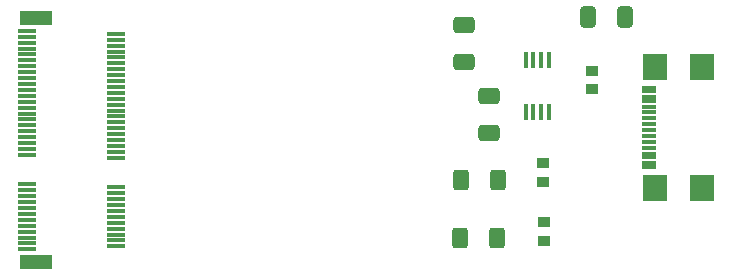
<source format=gbr>
%TF.GenerationSoftware,KiCad,Pcbnew,(6.0.1)*%
%TF.CreationDate,2022-03-02T01:05:40-06:00*%
%TF.ProjectId,m2-USBC-Adapter-Rev2,6d322d55-5342-4432-9d41-646170746572,rev?*%
%TF.SameCoordinates,Original*%
%TF.FileFunction,Paste,Top*%
%TF.FilePolarity,Positive*%
%FSLAX46Y46*%
G04 Gerber Fmt 4.6, Leading zero omitted, Abs format (unit mm)*
G04 Created by KiCad (PCBNEW (6.0.1)) date 2022-03-02 01:05:40*
%MOMM*%
%LPD*%
G01*
G04 APERTURE LIST*
G04 Aperture macros list*
%AMRoundRect*
0 Rectangle with rounded corners*
0 $1 Rounding radius*
0 $2 $3 $4 $5 $6 $7 $8 $9 X,Y pos of 4 corners*
0 Add a 4 corners polygon primitive as box body*
4,1,4,$2,$3,$4,$5,$6,$7,$8,$9,$2,$3,0*
0 Add four circle primitives for the rounded corners*
1,1,$1+$1,$2,$3*
1,1,$1+$1,$4,$5*
1,1,$1+$1,$6,$7*
1,1,$1+$1,$8,$9*
0 Add four rect primitives between the rounded corners*
20,1,$1+$1,$2,$3,$4,$5,0*
20,1,$1+$1,$4,$5,$6,$7,0*
20,1,$1+$1,$6,$7,$8,$9,0*
20,1,$1+$1,$8,$9,$2,$3,0*%
G04 Aperture macros list end*
%ADD10RoundRect,0.250000X-0.650000X0.412500X-0.650000X-0.412500X0.650000X-0.412500X0.650000X0.412500X0*%
%ADD11R,1.050000X0.900000*%
%ADD12R,0.457200X1.371600*%
%ADD13RoundRect,0.250000X-0.412500X-0.650000X0.412500X-0.650000X0.412500X0.650000X-0.412500X0.650000X0*%
%ADD14R,1.550000X0.300000*%
%ADD15R,2.750000X1.200000*%
%ADD16R,1.150000X0.300000*%
%ADD17R,2.000000X2.180000*%
%ADD18RoundRect,0.250000X-0.400000X-0.625000X0.400000X-0.625000X0.400000X0.625000X-0.400000X0.625000X0*%
G04 APERTURE END LIST*
D10*
%TO.C,C3*%
X228872155Y-51652844D03*
X228872155Y-54777844D03*
%TD*%
D11*
%TO.C,D2*%
X233572155Y-62277844D03*
X233572155Y-63877844D03*
%TD*%
D12*
%TO.C,IC1*%
X233967555Y-48558244D03*
X233332555Y-48558244D03*
X232672155Y-48558244D03*
X232037155Y-48558244D03*
X232037155Y-52977844D03*
X232672155Y-52977844D03*
X233332555Y-52977844D03*
X233967555Y-52977844D03*
%TD*%
D13*
%TO.C,C1*%
X237272155Y-44977844D03*
X240397155Y-44977844D03*
%TD*%
D14*
%TO.C,J2*%
X189757155Y-64617844D03*
X197307155Y-64367844D03*
X189757155Y-64117844D03*
X197307155Y-63867844D03*
X189757155Y-63617844D03*
X197307155Y-63367844D03*
X189757155Y-63117844D03*
X197307155Y-62867844D03*
X189757155Y-62617844D03*
X197307155Y-62367844D03*
X189757155Y-62117844D03*
X197307155Y-61867844D03*
X189757155Y-61617844D03*
X197307155Y-61367844D03*
X189757155Y-61117844D03*
X197307155Y-60867844D03*
X189757155Y-60617844D03*
X197307155Y-60367844D03*
X189757155Y-60117844D03*
X197307155Y-59867844D03*
X189757155Y-59617844D03*
X197307155Y-59367844D03*
X189757155Y-59117844D03*
X197307155Y-56867844D03*
X189757155Y-56617844D03*
X197307155Y-56367844D03*
X189757155Y-56117844D03*
X197307155Y-55867844D03*
X189757155Y-55617844D03*
X197307155Y-55367844D03*
X189757155Y-55117844D03*
X197307155Y-54867844D03*
X189757155Y-54617844D03*
X197307155Y-54367844D03*
X189757155Y-54117844D03*
X197307155Y-53867844D03*
X189757155Y-53617844D03*
X197307155Y-53367844D03*
X189757155Y-53117844D03*
X197307155Y-52867844D03*
X189757155Y-52617844D03*
X197307155Y-52367844D03*
X189757155Y-52117844D03*
X197307155Y-51867844D03*
X189757155Y-51617844D03*
X197307155Y-51367844D03*
X189757155Y-51117844D03*
X197307155Y-50867844D03*
X189757155Y-50617844D03*
X197307155Y-50367844D03*
X189757155Y-50117844D03*
X197307155Y-49867844D03*
X189757155Y-49617844D03*
X197307155Y-49367844D03*
X189757155Y-49117844D03*
X197307155Y-48867844D03*
X189757155Y-48617844D03*
X197307155Y-48367844D03*
X189757155Y-48117844D03*
X197307155Y-47867844D03*
X189757155Y-47617844D03*
X197307155Y-47367844D03*
X189757155Y-47117844D03*
X197307155Y-46867844D03*
X189757155Y-46617844D03*
X197307155Y-46367844D03*
X189757155Y-46117844D03*
D15*
X190532155Y-65717844D03*
X190532155Y-45017844D03*
%TD*%
D10*
%TO.C,C2*%
X226772155Y-45652844D03*
X226772155Y-48777844D03*
%TD*%
D11*
%TO.C,D1*%
X237672155Y-49477844D03*
X237672155Y-51077844D03*
%TD*%
%TO.C,D3*%
X233472155Y-58877844D03*
X233472155Y-57277844D03*
%TD*%
D16*
%TO.C,J1*%
X242430655Y-57627844D03*
X242430655Y-56827844D03*
X242430655Y-55527844D03*
X242430655Y-54527844D03*
X242430655Y-54027844D03*
X242430655Y-53027844D03*
X242430655Y-51727844D03*
X242430655Y-50927844D03*
X242430655Y-51227844D03*
X242430655Y-52027844D03*
X242430655Y-52527844D03*
X242430655Y-53527844D03*
X242430655Y-55027844D03*
X242430655Y-56027844D03*
X242430655Y-56527844D03*
X242430655Y-57327844D03*
D17*
X246935655Y-59387844D03*
X246935655Y-49167844D03*
X243005655Y-59387844D03*
X243005655Y-49167844D03*
%TD*%
D18*
%TO.C,R2*%
X226572155Y-58777844D03*
X229672155Y-58777844D03*
%TD*%
%TO.C,R1*%
X226472155Y-63677844D03*
X229572155Y-63677844D03*
%TD*%
M02*

</source>
